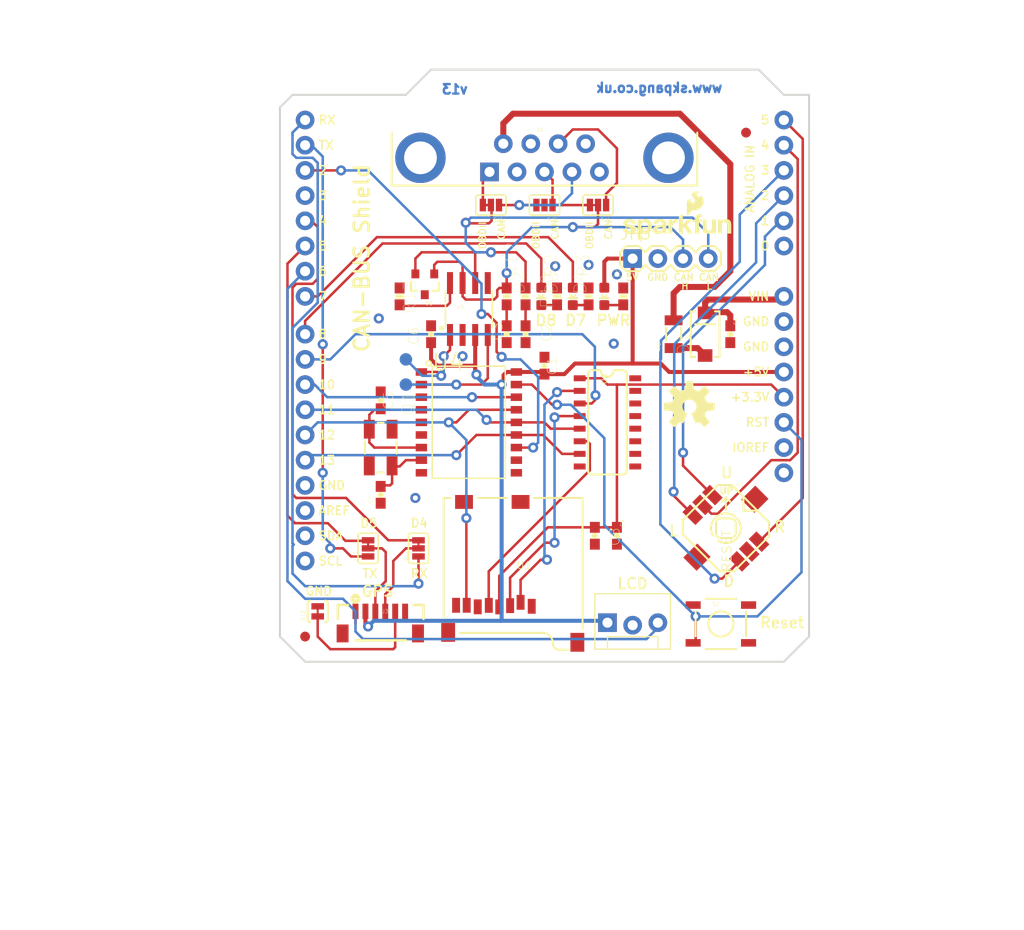
<source format=kicad_pcb>
(kicad_pcb (version 20211014) (generator pcbnew)
  (layers (0 "F.Cu" signal) (31 "B.Cu" signal) (34 "B.Paste" user) (35 "F.Paste" user) (36 "B.SilkS" user "B.Silkscreen") (37 "F.SilkS" user "F.Silkscreen") (38 "B.Mask" user) (39 "F.Mask" user) (44 "Edge.Cuts" user))
  (net 0 "")
  (net 1 "GND")
  (net 2 "5V")
  (net 3 "TX")
  (net 4 "RX")
  (net 5 "D4")
  (net 6 "N$5")
  (net 7 "N$6")
  (net 8 "SCK")
  (net 9 "MISO")
  (net 10 "MOSI")
  (net 11 "3.3V")
  (net 12 "SD_CS")
  (net 13 "LED1")
  (net 14 "LED2")
  (net 15 "LCD")
  (net 16 "RS")
  (net 17 "CAN_RXD")
  (net 18 "CAN_TXD")
  (net 19 "N$9")
  (net 20 "N$10")
  (net 21 "N$14")
  (net 22 "JOY-UP")
  (net 23 "JOY-LEFT")
  (net 24 "JOY-DOWN")
  (net 25 "JOY-CLICK")
  (net 26 "JOY-RIGHT")
  (net 27 "N$13")
  (net 28 "N$16")
  (net 29 "N$17")
  (net 30 "N$18")
  (net 31 "CAN_CS")
  (net 32 "CAN_INT")
  (net 33 "N$21")
  (net 34 "N$22")
  (net 35 "D5")
  (net 36 "N$4")
  (net 37 "N$15")
  (net 38 "N$19")
  (net 39 "N$24")
  (net 40 "CANH")
  (net 41 "CANL")
  (net 42 "A0")
  (net 43 "AREF")
  (net 44 "D3")
  (net 45 "NC1")
  (net 46 "NC3")
  (net 47 "NC5")
  (net 48 "NC2")
  (net 49 "N$1")
  (net 50 "12V")
  (net 51 "PIN3")
  (net 52 "PIN7")
  (net 53 "PIN2")
  (net 54 "N$2")
  (footprint "boardEagle:0603-CAP" (layer "F.Cu") (at 148.5011 105.0036 -90)
    (fp_text reference "C1")
    (fp_text value "0.1uF")
  )
  (footprint "boardEagle:PAD-JUMPER-3-2OF3_NC_BY_TRACE_YES_SILK_FULL_BOX" (layer "F.Cu") (at 130.7211 123.4186 90)
    (fp_text reference "SJ1")
    (fp_text value "JUMPER-PAD-3-2OF3_NC_BY_TRACE_SMALL")
  )
  (footprint "boardEagle:0603-RES" (layer "F.Cu") (at 133.8961 98.0186 -90)
    (fp_text reference "R13")
    (fp_text value "4.7K")
  )
  (footprint "boardEagle:PTC-1206" (layer "F.Cu") (at 161.5186 101.8286 90)
    (fp_text reference "F1")
    (fp_text value "")
  )
  (footprint "boardEagle:1X04" (layer "F.Cu") (at 157.3911 94.2086)
    (fp_text reference "JP5")
    (fp_text value "DNP")
  )
  (footprint "boardEagle:LED-0603" (layer "F.Cu") (at 151.3586 98.0186 180)
    (fp_text reference "D3")
    (fp_text value "GREEN")
  )
  (footprint "boardEagle:TACTILE-SWITCH-SMD" (layer "F.Cu") (at 166.2811 131.0386)
    (fp_text reference "S2")
    (fp_text value "RESET")
  )
  (footprint "boardEagle:OSHW-LOGO-M" (layer "F.Cu") (at 163.1061 109.1311)
    (fp_text reference "LOGO1" hide)
    (fp_text value "OSHW-LOGOM" hide)
  )
  (footprint "boardEagle:LED-0603" (layer "F.Cu") (at 154.5336 98.0186 180)
    (fp_text reference "D4")
    (fp_text value "RED")
  )
  (footprint "boardEagle:CREATIVE_COMMONS" (layer "F.Cu") (at 113.934644 158.9786)
    (fp_text reference "FRAME1" hide)
    (fp_text value "FRAME-LETTER" hide)
  )
  (footprint "boardEagle:SFE_LOGO_NAME_FLAME_.1" (layer "F.Cu") (at 155.9941 92.6211)
    (fp_text reference "JP4" hide)
    (fp_text value "SFE_LOGO_NAME_FLAME.1_INCH" hide)
  )
  (footprint "boardEagle:SO-18W" (layer "F.Cu") (at 140.8811 110.7186 -90)
    (fp_text reference "U4")
    (fp_text value "MCP2515")
  )
  (footprint "boardEagle:FIDUCIAL-1X2" (layer "F.Cu") (at 168.8211 81.5086)
    (fp_text reference "JP3" hide)
    (fp_text value "FIDUCIAL1X2" hide)
  )
  (footprint "boardEagle:JST-6-SMD-VERT-1.0MM" (layer "F.Cu") (at 131.9911 131.0386)
    (fp_text reference "U3")
    (fp_text value "JST_VERTICAL")
  )
  (footprint "boardEagle:PAD-JUMPER-3-2OF3_NC_BY_TRACE_YES_SILK_FULL_BOX" (layer "F.Cu") (at 143.1036 88.8111 180)
    (fp_text reference "SJ6")
    (fp_text value "JUMPER-PAD-3-2OF3_NC_BY_TRACE_SMALL")
  )
  (footprint "boardEagle:REVISION" (layer "F.Cu") (at 125.6411 161.5186)
    (fp_text reference "U$1" hide)
    (fp_text value "REVISION" hide)
  )
  (footprint "boardEagle:0603-CAP" (layer "F.Cu") (at 155.8036 122.1486 -90)
    (fp_text reference "C9")
    (fp_text value "1.0uF")
  )
  (footprint "boardEagle:CRYSTAL-SMD-5X3" (layer "F.Cu") (at 131.9911 113.2586 -90)
    (fp_text reference "Q1")
    (fp_text value "16MHz")
  )
  (footprint "boardEagle:SO08" (layer "F.Cu") (at 140.8811 99.2886)
    (fp_text reference "U5")
    (fp_text value "MCP2551")
  )
  (footprint "boardEagle:LED-0603" (layer "F.Cu") (at 148.1836 98.0186 180)
    (fp_text reference "D2")
    (fp_text value "GREEN")
  )
  (footprint "boardEagle:0603-CAP" (layer "F.Cu") (at 144.6911 101.8286 90)
    (fp_text reference "C3")
    (fp_text value "560pF")
  )
  (footprint "boardEagle:PAD-JUMPER-3-2OF3_NC_BY_TRACE_YES_SILK_FULL_BOX" (layer "F.Cu") (at 135.8011 123.4186 90)
    (fp_text reference "SJ2")
    (fp_text value "JUMPER-PAD-3-2OF3_NC_BY_TRACE_SMALL")
  )
  (footprint "boardEagle:SMA-DIODE" (layer "F.Cu") (at 164.6936 101.8286 90)
    (fp_text reference "D1")
    (fp_text value "MBRA140")
  )
  (footprint "boardEagle:0603-RES" (layer "F.Cu") (at 146.5961 98.0186 90)
    (fp_text reference "R10")
    (fp_text value "100")
  )
  (footprint "boardEagle:SOT23-3" (layer "F.Cu") (at 136.4361 96.7486 180)
    (fp_text reference "D5")
    (fp_text value "PESD1CAN")
  )
  (footprint "boardEagle:0603-RES" (layer "F.Cu") (at 156.4386 98.0186 -90)
    (fp_text reference "R1")
    (fp_text value "1K")
  )
  (footprint "boardEagle:0603-RES" (layer "F.Cu") (at 149.7711 98.0186 -90)
    (fp_text reference "R2")
    (fp_text value "1K")
  )
  (footprint "boardEagle:DUMMY" (layer "F.Cu") (at 110.4011 160.2486)
    (fp_text reference "FRAME2" hide)
    (fp_text value "FRAME-LETTERNO_PACKAGE" hide)
  )
  (footprint "boardEagle:UNO_R3_SHIELD" (layer "F.Cu") (at 121.8311 134.8486)
    (fp_text reference "U2" hide)
    (fp_text value "ARDUINO_R3_SHIELD" hide)
  )
  (footprint "boardEagle:FIDUCIAL-1X2" (layer "F.Cu") (at 124.3711 132.3086)
    (fp_text reference "JP2" hide)
    (fp_text value "FIDUCIAL1X2" hide)
  )
  (footprint "boardEagle:DB9_MALE" (layer "F.Cu") (at 148.5011 84.0486)
    (fp_text reference "X1")
    (fp_text value "DB9 Plug")
  )
  (footprint "boardEagle:0603-CAP" (layer "F.Cu") (at 146.5961 101.8286 90)
    (fp_text reference "C2")
    (fp_text value "560pF")
  )
  (footprint "boardEagle:PAD-JUMPER-2-NC_BY_TRACE_YES_SILK" (layer "F.Cu") (at 125.6411 129.7686 90)
    (fp_text reference "SJ3")
    (fp_text value "JUMPER-PAD-2-NC_BY_TRACE")
  )
  (footprint "boardEagle:0603-CAP" (layer "F.Cu") (at 131.9911 108.4961 -90)
    (fp_text reference "C5")
    (fp_text value "22pF")
  )
  (footprint "boardEagle:MOLEX-1X3_LOCK" (layer "F.Cu") (at 154.8511 131.0386)
    (fp_text reference "JP1" hide)
    (fp_text value "DNP" hide)
  )
  (footprint "boardEagle:SO016" (layer "F.Cu") (at 154.8511 110.7186 -90)
    (fp_text reference "U6")
    (fp_text value "HEX_CONVERTER")
  )
  (footprint "boardEagle:MICROSD_1_1" (layer "F.Cu") (at 152.3111 118.3386 180)
    (fp_text reference "U1")
    (fp_text value "USD-SOCKET")
  )
  (footprint "boardEagle:PAD-JUMPER-3-2OF3_NC_BY_TRACE_YES_SILK_FULL_BOX" (layer "F.Cu") (at 153.8986 88.8111 180)
    (fp_text reference "SJ4")
    (fp_text value "JUMPER-PAD-3-2OF3_NC_BY_TRACE_SMALL")
  )
  (footprint "boardEagle:0603-CAP" (layer "F.Cu") (at 137.0711 101.8286 -90)
    (fp_text reference "C6")
    (fp_text value "0.1uF")
  )
  (footprint "boardEagle:JOYSTICK_MINI" (layer "F.Cu") (at 166.7891 121.3866 -45)
    (fp_text reference "U7")
    (fp_text value "")
  )
  (footprint "boardEagle:0603-RES" (layer "F.Cu") (at 144.6911 98.0186 90)
    (fp_text reference "R12")
    (fp_text value "100")
  )
  (footprint "boardEagle:0603-CAP" (layer "F.Cu") (at 153.5811 122.1486 90)
    (fp_text reference "C8")
    (fp_text value "0.1uF")
  )
  (footprint "boardEagle:0603-CAP" (layer "F.Cu") (at 167.2336 101.8286 -90)
    (fp_text reference "C4")
    (fp_text value "4.7uF")
  )
  (footprint "boardEagle:0603-RES" (layer "F.Cu") (at 152.9461 98.0186 -90)
    (fp_text reference "R3")
    (fp_text value "1K")
  )
  (footprint "boardEagle:PAD-JUMPER-3-2OF3_NC_BY_TRACE_YES_SILK_FULL_BOX" (layer "F.Cu") (at 148.5011 88.8111 180)
    (fp_text reference "SJ5")
    (fp_text value "JUMPER-PAD-3-2OF3_NC_BY_TRACE_SMALL")
  )
  (footprint "boardEagle:0603-CAP" (layer "F.Cu") (at 131.9911 118.0211 90)
    (fp_text reference "C7")
    (fp_text value "22pF")
  )
  (footprint "boardEagle:PAD.03X.05" (layer "B.Cu") (at 134.5311 106.9086 180)
    (fp_text reference "TP1" hide)
    (fp_text value "TEST-POINT3X5" hide)
  )
  (footprint "boardEagle:PAD.03X.05" (layer "B.Cu") (at 134.5311 104.3686 180)
    (fp_text reference "TP2" hide)
    (fp_text value "TEST-POINT3X5" hide)
  )
  (gr_line (start 137.0711 75.1586) (end 170.0911 75.1586) (layer "Edge.Cuts") (width 0.2032))
  (gr_line (start 172.6311 77.6986) (end 175.1711 77.6986) (layer "Edge.Cuts") (width 0.2032))
  (gr_line (start 123.1011 77.6986) (end 134.5311 77.6986) (layer "Edge.Cuts") (width 0.2032))
  (gr_line (start 124.3711 134.8486) (end 121.8311 132.3086) (layer "Edge.Cuts") (width 0.2032))
  (gr_line (start 170.0911 75.1586) (end 172.6311 77.6986) (layer "Edge.Cuts") (width 0.2032))
  (gr_line (start 121.8311 78.9686) (end 123.1011 77.6986) (layer "Edge.Cuts") (width 0.2032))
  (gr_line (start 172.6311 134.8486) (end 124.3711 134.8486) (layer "Edge.Cuts") (width 0.2032))
  (gr_line (start 175.1711 132.3086) (end 172.6311 134.8486) (layer "Edge.Cuts") (width 0.2032))
  (gr_line (start 121.8311 132.3086) (end 121.8311 78.9686) (layer "Edge.Cuts") (width 0.2032))
  (gr_line (start 175.1711 77.6986) (end 175.1711 132.3086) (layer "Edge.Cuts") (width 0.2032))
  (gr_line (start 134.5311 77.6986) (end 137.0711 75.1586) (layer "Edge.Cuts") (width 0.2032))
  (gr_text "v13" (at 140.8811 77.6986) (layer "B.Cu") (effects (font (size 0.9525 0.9525) (thickness 0.3175)) (justify left bottom mirror)))
  (gr_text "www.skpang.co.uk" (at 153.5811 76.4286) (layer "B.Cu") (effects (font (size 0.9525 0.9525) (thickness 0.3175)) (justify right top mirror)))
  (gr_text "OBDII" (at 142.6591 93.3196 90) (layer "F.SilkS") (effects (font (size 0.69088 0.69088) (thickness 0.12192)) (justify left bottom)))
  (gr_text "GPS" (at 129.9591 128.3716) (layer "F.SilkS") (effects (font (size 1.0795 1.0795) (thickness 0.1905)) (justify left bottom)))
  (gr_text "CAN" (at 155.3591 92.3671 90) (layer "F.SilkS") (effects (font (size 0.69088 0.69088) (thickness 0.12192)) (justify left bottom)))
  (gr_text "H" (at 162.2171 97.3836) (layer "F.SilkS") (effects (font (size 0.69088 0.69088) (thickness 0.12192)) (justify left bottom)))
  (gr_text "D" (at 166.4081 127.3556) (layer "F.SilkS") (effects (font (size 1.0795 1.0795) (thickness 0.1905)) (justify left bottom)))
  (gr_text "RX" (at 136.8171 125.4506) (layer "F.SilkS") (effects (font (size 0.8636 0.8636) (thickness 0.1524)) (justify right top)))
  (gr_text "TX" (at 131.7371 125.4506) (layer "F.SilkS") (effects (font (size 0.8636 0.8636) (thickness 0.1524)) (justify right top)))
  (gr_text "CAN" (at 144.5641 92.3671 90) (layer "F.SilkS") (effects (font (size 0.69088 0.69088) (thickness 0.12192)) (justify left bottom)))
  (gr_text "CAN" (at 163.9951 96.4946) (layer "F.SilkS") (effects (font (size 0.69088 0.69088) (thickness 0.12192)) (justify left bottom)))
  (gr_text "Reset" (at 174.7901 130.2766) (layer "F.SilkS") (effects (font (size 1.0795 1.0795) (thickness 0.1905)) (justify right top)))
  (gr_text "D8" (at 147.4851 101.0666) (layer "F.SilkS") (effects (font (size 1.0795 1.0795) (thickness 0.1905)) (justify left bottom)))
  (gr_text "U" (at 167.5511 115.1636) (layer "F.SilkS") (effects (font (size 1.0795 1.0795) (thickness 0.1905)) (justify right top)))
  (gr_text "LCD" (at 155.7401 127.6096) (layer "F.SilkS") (effects (font (size 1.0795 1.0795) (thickness 0.1905)) (justify left bottom)))
  (gr_text "RESET" (at 167.4241 125.8316 90) (layer "F.SilkS") (effects (font (size 0.93472 0.93472) (thickness 0.08128)) (justify left bottom)))
  (gr_text "D5" (at 131.7371 120.3706) (layer "F.SilkS") (effects (font (size 0.8636 0.8636) (thickness 0.1524)) (justify right top)))
  (gr_text "CAN-BUS Shield" (at 130.9751 103.7971 90) (layer "F.SilkS") (effects (font (size 1.5113 1.5113) (thickness 0.2667)) (justify left bottom)))
  (gr_text "5V" (at 156.6291 96.4946) (layer "F.SilkS") (effects (font (size 0.69088 0.69088) (thickness 0.12192)) (justify left bottom)))
  (gr_text "D7" (at 150.4696 101.0666) (layer "F.SilkS") (effects (font (size 1.0795 1.0795) (thickness 0.1905)) (justify left bottom)))
  (gr_text "GND" (at 158.7881 96.4946) (layer "F.SilkS") (effects (font (size 0.69088 0.69088) (thickness 0.12192)) (justify left bottom)))
  (gr_text "R" (at 172.8851 120.6246) (layer "F.SilkS") (effects (font (size 1.0795 1.0795) (thickness 0.1905)) (justify right top)))
  (gr_text "PWR" (at 153.6446 101.0666) (layer "F.SilkS") (effects (font (size 1.0795 1.0795) (thickness 0.1905)) (justify left bottom)))
  (gr_text "CAN" (at 161.4551 96.4946) (layer "F.SilkS") (effects (font (size 0.69088 0.69088) (thickness 0.12192)) (justify left bottom)))
  (gr_text "L" (at 160.9471 122.2756) (layer "F.SilkS") (effects (font (size 1.0795 1.0795) (thickness 0.1905)) (justify left bottom)))
  (gr_text "CAN" (at 149.9616 92.3671 90) (layer "F.SilkS") (effects (font (size 0.69088 0.69088) (thickness 0.12192)) (justify left bottom)))
  (gr_text "L" (at 164.7571 97.3836) (layer "F.SilkS") (effects (font (size 0.69088 0.69088) (thickness 0.12192)) (justify left bottom)))
  (gr_text "OBDII" (at 153.4541 93.3196 90) (layer "F.SilkS") (effects (font (size 0.69088 0.69088) (thickness 0.12192)) (justify left bottom)))
  (gr_text "D4" (at 136.8171 120.3706) (layer "F.SilkS") (effects (font (size 0.8636 0.8636) (thickness 0.1524)) (justify right top)))
  (gr_text "GND" (at 127.1651 127.2286) (layer "F.SilkS") (effects (font (size 0.8636 0.8636) (thickness 0.1524)) (justify right top)))
  (gr_text "OBDII" (at 148.0566 93.3196 90) (layer "F.SilkS") (effects (font (size 0.69088 0.69088) (thickness 0.12192)) (justify left bottom)))
  (segment (start 129.4511 129.7686) (end 129.4511 131.0386) (width 0.254) (layer "F.Cu") (net 1))
  (via (at 152.9461 94.8436) (size 1.016) (drill 0.508) (layers "F.Cu" "B.Cu") (net 1))
  (via (at 135.4836 118.3386) (size 1.016) (drill 0.508) (layers "F.Cu" "B.Cu") (net 1))
  (via (at 155.4861 102.7811) (size 1.016) (drill 0.508) (layers "F.Cu" "B.Cu") (net 1))
  (via (at 140.2461 104.0511) (size 1.016) (drill 0.508) (layers "F.Cu" "B.Cu") (net 1))
  (via (at 149.5806 94.9706) (size 1.016) (drill 0.508) (layers "F.Cu" "B.Cu") (net 1))
  (via (at 155.8036 95.7961) (size 1.016) (drill 0.508) (layers "F.Cu" "B.Cu") (net 1))
  (via (at 131.8006 100.2411) (size 1.016) (drill 0.508) (layers "F.Cu" "B.Cu") (net 1))
  (segment (start 137.0711 104.3686) (end 137.7061 105.0036) (width 0.4064) (layer "F.Cu") (net 2))
  (segment (start 141.5161 101.9048) (end 141.5161 105.0036) (width 0.4064) (layer "F.Cu") (net 2))
  (segment (start 157.3911 104.7886) (end 151.5736 104.7886) (width 0.4064) (layer "F.Cu") (net 2))
  (segment (start 130.7211 131.2926) (end 130.4511 131.0226) (width 0.4064) (layer "F.Cu") (net 2))
  (segment (start 141.5161 105.0036) (end 141.5161 105.3211) (width 0.4064) (layer "F.Cu") (net 2))
  (segment (start 144.6911 105.6386) (end 144.3736 105.9561) (width 0.4064) (layer "F.Cu") (net 2))
  (segment (start 130.4511 131.0226) (end 130.4511 129.7686) (width 0.4064) (layer "F.Cu") (net 2))
  (segment (start 157.3911 104.7886) (end 160.2241 104.7886) (width 0.4064) (layer "F.Cu") (net 2))
  (segment (start 160.2241 104.7886) (end 161.0741 105.6386) (width 0.4064) (layer "F.Cu") (net 2))
  (segment (start 141.5161 105.3211) (end 141.5161 105.7656) (width 0.4064) (layer "F.Cu") (net 2))
  (segment (start 137.0711 104.3686) (end 137.0711 102.6786) (width 0.4064) (layer "F.Cu") (net 2))
  (segment (start 145.669 105.6386) (end 144.6911 105.6386) (width 0.4064) (layer "F.Cu") (net 2))
  (segment (start 154.5336 97.1416) (end 154.4581 97.1416) (width 0.254) (layer "F.Cu") (net 2))
  (segment (start 148.5011 105.8536) (end 150.5086 105.8536) (width 0.4064) (layer "F.Cu") (net 2))
  (segment (start 144.3736 106.7181) (end 144.1831 106.9086) (width 0.4064) (layer "F.Cu") (net 2))
  (segment (start 141.4526 105.3846) (end 141.5161 105.3211) (width 0.254) (layer "F.Cu") (net 2))
  (segment (start 150.5086 105.8536) (end 151.5736 104.7886) (width 0.4064) (layer "F.Cu") (net 2))
  (segment (start 161.0741 105.6386) (end 172.6311 105.6386) (width 0.4064) (layer "F.Cu") (net 2))
  (segment (start 145.669 105.6386) (end 145.7071 105.6386) (width 0.254) (layer "F.Cu") (net 2))
  (segment (start 154.8511 94.2086) (end 157.3911 94.2086) (width 0.4064) (layer "F.Cu") (net 2))
  (segment (start 157.3911 94.2086) (end 157.3911 104.7886) (width 0.4064) (layer "F.Cu") (net 2))
  (segment (start 154.8511 94.2086) (end 154.5336 94.5261) (width 0.4064) (layer "F.Cu") (net 2))
  (segment (start 148.2861 105.6386) (end 148.5011 105.8536) (width 0.4064) (layer "F.Cu") (net 2))
  (segment (start 137.7061 105.0036) (end 141.5161 105.0036) (width 0.4064) (layer "F.Cu") (net 2))
  (segment (start 154.5336 94.5261) (end 154.5336 97.1416) (width 0.4064) (layer "F.Cu") (net 2))
  (segment (start 145.669 105.6386) (end 148.2861 105.6386) (width 0.4064) (layer "F.Cu") (net 2))
  (segment (start 144.3736 105.9561) (end 144.3736 106.7181) (width 0.4064) (layer "F.Cu") (net 2))
  (segment (start 141.5161 105.7656) (end 141.6431 105.8926) (width 0.4064) (layer "F.Cu") (net 2))
  (via (at 144.1831 106.9086) (size 1.016) (drill 0.508) (layers "F.Cu" "B.Cu") (net 2))
  (via (at 130.7211 131.2926) (size 1.016) (drill 0.508) (layers "F.Cu" "B.Cu") (net 2))
  (via (at 141.6431 105.8926) (size 1.016) (drill 0.508) (layers "F.Cu" "B.Cu") (net 2))
  (segment (start 131.2926 130.7211) (end 130.7211 131.2926) (width 0.4064) (layer "B.Cu") (net 2))
  (segment (start 144.1831 130.5941) (end 144.1831 106.9086) (width 0.4064) (layer "B.Cu") (net 2))
  (segment (start 141.6431 105.8926) (end 141.6431 106.0831) (width 0.4064) (layer "B.Cu") (net 2))
  (segment (start 142.4686 106.9086) (end 144.1831 106.9086) (width 0.4064) (layer "B.Cu") (net 2))
  (segment (start 154.6606 130.7211) (end 154.8511 130.9116) (width 0.4064) (layer "B.Cu") (net 2))
  (segment (start 154.6606 130.7211) (end 144.0561 130.7211) (width 0.4064) (layer "B.Cu") (net 2))
  (segment (start 141.6431 106.0831) (end 142.4686 106.9086) (width 0.4064) (layer "B.Cu") (net 2))
  (segment (start 144.0561 130.7211) (end 131.2926 130.7211) (width 0.4064) (layer "B.Cu") (net 2))
  (segment (start 144.1831 130.5941) (end 144.0561 130.7211) (width 0.4064) (layer "B.Cu") (net 2))
  (segment (start 128.9939 124.2314) (end 128.1811 123.4186) (width 0.254) (layer "F.Cu") (net 3))
  (segment (start 128.1811 123.4186) (end 126.9111 123.4186) (width 0.254) (layer "F.Cu") (net 3))
  (segment (start 130.7211 124.2314) (end 128.9939 124.2314) (width 0.254) (layer "F.Cu") (net 3))
  (segment (start 126.1491 115.7986) (end 126.1491 102.8446) (width 0.254) (layer "F.Cu") (net 3))
  (via (at 126.1491 102.8446) (size 1.016) (drill 0.508) (layers "F.Cu" "B.Cu") (net 3))
  (via (at 126.1491 115.7986) (size 1.016) (drill 0.508) (layers "F.Cu" "B.Cu") (net 3))
  (via (at 126.9111 123.4186) (size 1.016) (drill 0.508) (layers "F.Cu" "B.Cu") (net 3))
  (segment (start 126.1491 102.8446) (end 126.1491 83.9216) (width 0.254) (layer "B.Cu") (net 3))
  (segment (start 125.0061 82.7786) (end 124.3711 82.7786) (width 0.254) (layer "B.Cu") (net 3))
  (segment (start 126.1491 83.9216) (end 125.0061 82.7786) (width 0.254) (layer "B.Cu") (net 3))
  (segment (start 126.9111 123.4186) (end 126.9111 122.9106) (width 0.254) (layer "B.Cu") (net 3))
  (segment (start 126.9111 122.9106) (end 126.1491 122.1486) (width 0.254) (layer "B.Cu") (net 3))
  (segment (start 126.1491 122.1486) (end 126.1491 115.7986) (width 0.254) (layer "B.Cu") (net 3))
  (segment (start 135.8011 124.2314) (end 135.8011 126.9746) (width 0.254) (layer "F.Cu") (net 4))
  (via (at 135.8011 126.9746) (size 1.016) (drill 0.508) (layers "F.Cu" "B.Cu") (net 4))
  (segment (start 123.1011 125.9586) (end 123.1011 123.1646) (width 0.254) (layer "B.Cu") (net 4))
  (segment (start 124.3711 127.2286) (end 123.1011 125.9586) (width 0.254) (layer "B.Cu") (net 4))
  (segment (start 125.6411 84.5566) (end 125.1331 84.0486) (width 0.254) (layer "B.Cu") (net 4))
  (segment (start 124.3711 127.2286) (end 135.5471 127.2286) (width 0.254) (layer "B.Cu") (net 4))
  (segment (start 125.1331 84.0486) (end 123.4821 84.0486) (width 0.254) (layer "B.Cu") (net 4))
  (segment (start 123.1011 122.9106) (end 123.2281 123.0376) (width 0.254) (layer "B.Cu") (net 4))
  (segment (start 135.5471 127.2286) (end 135.8011 126.9746) (width 0.254) (layer "B.Cu") (net 4))
  (segment (start 123.1011 101.1936) (end 123.1011 122.9106) (width 0.254) (layer "B.Cu") (net 4))
  (segment (start 123.1011 81.7626) (end 123.1011 81.5086) (width 0.254) (layer "B.Cu") (net 4))
  (segment (start 123.1011 83.6676) (end 123.1011 81.7626) (width 0.254) (layer "B.Cu") (net 4))
  (segment (start 123.1011 81.5086) (end 124.3711 80.2386) (width 0.254) (layer "B.Cu") (net 4))
  (segment (start 123.4821 84.0486) (end 123.1011 83.6676) (width 0.254) (layer "B.Cu") (net 4))
  (segment (start 125.6411 98.6536) (end 125.6411 84.5566) (width 0.254) (layer "B.Cu") (net 4))
  (segment (start 123.1011 101.1936) (end 125.6411 98.6536) (width 0.254) (layer "B.Cu") (net 4))
  (segment (start 123.1011 123.1646) (end 123.2281 123.0376) (width 0.254) (layer "B.Cu") (net 4))
  (segment (start 125.6411 91.9226) (end 125.6411 91.7956) (width 0.254) (layer "F.Cu") (net 5))
  (segment (start 123.4821 118.3386) (end 128.4986 118.3386) (width 0.254) (layer "F.Cu") (net 5))
  (segment (start 123.1011 117.9576) (end 123.1011 97.1296) (width 0.254) (layer "F.Cu") (net 5))
  (segment (start 125.1331 96.7486) (end 125.6411 96.2406) (width 0.254) (layer "F.Cu") (net 5))
  (segment (start 123.1011 97.1296) (end 123.4821 96.7486) (width 0.254) (layer "F.Cu") (net 5))
  (segment (start 125.0061 90.3986) (end 124.3711 90.3986) (width 0.254) (layer "F.Cu") (net 5))
  (segment (start 125.6411 96.2406) (end 125.6411 91.9226) (width 0.254) (layer "F.Cu") (net 5))
  (segment (start 123.4821 96.7486) (end 125.1331 96.7486) (width 0.254) (layer "F.Cu") (net 5))
  (segment (start 125.6411 91.0336) (end 125.0061 90.3986) (width 0.254) (layer "F.Cu") (net 5))
  (segment (start 135.8011 122.6058) (end 132.7658 122.6058) (width 0.254) (layer "F.Cu") (net 5))
  (segment (start 123.4821 118.3386) (end 123.1011 117.9576) (width 0.254) (layer "F.Cu") (net 5))
  (segment (start 128.4986 118.3386) (end 132.7658 122.6058) (width 0.254) (layer "F.Cu") (net 5))
  (segment (start 125.6411 91.7956) (end 125.6411 91.0336) (width 0.254) (layer "F.Cu") (net 5))
  (segment (start 148.1836 98.8956) (end 149.7441 98.8956) (width 0.254) (layer "F.Cu") (net 6))
  (segment (start 149.7441 98.8956) (end 149.7711 98.8686) (width 0.254) (layer "F.Cu") (net 6))
  (segment (start 151.3586 98.8956) (end 152.9191 98.8956) (width 0.254) (layer "F.Cu") (net 7))
  (segment (start 152.9191 98.8956) (end 152.9461 98.8686) (width 0.254) (layer "F.Cu") (net 7))
  (segment (start 145.669 111.9886) (end 148.3741 111.9886) (width 0.254) (layer "F.Cu") (net 8))
  (segment (start 150.2791 113.8936) (end 152.0511 113.8936) (width 0.254) (layer "F.Cu") (net 8))
  (segment (start 139.6111 114.0206) (end 141.6431 111.9886) (width 0.254) (layer "F.Cu") (net 8))
  (segment (start 141.6431 111.9886) (end 145.669 111.9886) (width 0.254) (layer "F.Cu") (net 8))
  (segment (start 148.3741 111.9886) (end 150.2791 113.8936) (width 0.254) (layer "F.Cu") (net 8))
  (via (at 139.6111 114.0206) (size 1.016) (drill 0.508) (layers "F.Cu" "B.Cu") (net 8))
  (segment (start 124.8791 114.0206) (end 124.3711 114.5286) (width 0.254) (layer "B.Cu") (net 8))
  (segment (start 124.8791 114.0206) (end 139.6111 114.0206) (width 0.254) (layer "B.Cu") (net 8))
  (segment (start 140.6271 129.12176) (end 140.662812 129.157472) (width 0.254) (layer "F.Cu") (net 9))
  (segment (start 145.669 109.4486) (end 140.8811 109.4486) (width 0.254) (layer "F.Cu") (net 9))
  (segment (start 140.6271 129.12176) (end 140.6271 120.3706) (width 0.254) (layer "F.Cu") (net 9))
  (segment (start 139.6111 110.7186) (end 138.8491 110.7186) (width 0.254) (layer "F.Cu") (net 9))
  (segment (start 140.8811 109.4486) (end 139.6111 110.7186) (width 0.254) (layer "F.Cu") (net 9))
  (via (at 140.6271 120.3706) (size 1.016) (drill 0.508) (layers "F.Cu" "B.Cu") (net 9))
  (via (at 138.8491 110.7186) (size 1.016) (drill 0.508) (layers "F.Cu" "B.Cu") (net 9))
  (segment (start 140.6271 112.4966) (end 138.8491 110.7186) (width 0.254) (layer "B.Cu") (net 9))
  (segment (start 138.8491 110.7186) (end 125.6411 110.7186) (width 0.254) (layer "B.Cu") (net 9))
  (segment (start 125.6411 110.7186) (end 124.3711 111.9886) (width 0.254) (layer "B.Cu") (net 9))
  (segment (start 140.6271 120.3706) (end 140.6271 112.4966) (width 0.254) (layer "B.Cu") (net 9))
  (segment (start 148.5011 110.7186) (end 145.669 110.7186) (width 0.254) (layer "F.Cu") (net 10))
  (segment (start 142.9131 110.7186) (end 145.669 110.7186) (width 0.254) (layer "F.Cu") (net 10))
  (segment (start 142.6591 110.4646) (end 142.9131 110.7186) (width 0.254) (layer "F.Cu") (net 10))
  (segment (start 149.1361 111.3536) (end 152.0511 111.3536) (width 0.254) (layer "F.Cu") (net 10))
  (segment (start 149.1361 111.3536) (end 148.5011 110.7186) (width 0.254) (layer "F.Cu") (net 10))
  (via (at 142.6591 110.4646) (size 1.016) (drill 0.508) (layers "F.Cu" "B.Cu") (net 10))
  (segment (start 141.6431 109.4486) (end 142.6591 110.4646) (width 0.254) (layer "B.Cu") (net 10))
  (segment (start 124.3711 109.4486) (end 141.6431 109.4486) (width 0.254) (layer "B.Cu") (net 10))
  (segment (start 155.8036 106.9086) (end 171.3611 106.9086) (width 0.254) (layer "F.Cu") (net 11))
  (segment (start 171.3611 106.9086) (end 172.6311 108.1786) (width 0.254) (layer "F.Cu") (net 11))
  (segment (start 148.8431 121.2986) (end 143.944525 126.197175) (width 0.254) (layer "F.Cu") (net 11))
  (segment (start 154.2161 106.2736) (end 154.8511 106.9086) (width 0.254) (layer "F.Cu") (net 11))
  (segment (start 152.0511 106.2736) (end 154.2161 106.2736) (width 0.254) (layer "F.Cu") (net 11))
  (segment (start 153.5811 121.2986) (end 148.8431 121.2986) (width 0.254) (layer "F.Cu") (net 11))
  (segment (start 153.5811 121.2986) (end 155.8036 121.2986) (width 0.254) (layer "F.Cu") (net 11))
  (segment (start 154.8511 106.9086) (end 155.8036 106.9086) (width 0.254) (layer "F.Cu") (net 11))
  (segment (start 155.8036 121.2986) (end 155.8036 106.9086) (width 0.254) (layer "F.Cu") (net 11))
  (segment (start 143.944525 129.320897) (end 143.944525 126.197175) (width 0.254) (layer "F.Cu") (net 11))
  (segment (start 152.0511 108.8136) (end 153.2636 108.8136) (width 0.254) (layer "F.Cu") (net 12))
  (segment (start 153.5811 108.4961) (end 153.5811 108.0516) (width 0.254) (layer "F.Cu") (net 12))
  (segment (start 153.5811 108.0516) (end 153.6446 107.9881) (width 0.254) (layer "F.Cu") (net 12))
  (segment (start 153.2636 108.8136) (end 153.5811 108.4961) (width 0.254) (layer "F.Cu") (net 12))
  (via (at 153.6446 107.9881) (size 1.016) (drill 0.508) (layers "F.Cu" "B.Cu") (net 12))
  (segment (start 152.3111 101.8286) (end 153.5811 103.0986) (width 0.254) (layer "B.Cu") (net 12))
  (segment (start 129.4511 101.8286) (end 126.9111 104.3686) (width 0.254) (layer "B.Cu") (net 12))
  (segment (start 152.3111 101.8286) (end 129.4511 101.8286) (width 0.254) (layer "B.Cu") (net 12))
  (segment (start 126.9111 104.3686) (end 124.3711 104.3686) (width 0.254) (layer "B.Cu") (net 12))
  (segment (start 153.5811 103.0986) (end 153.5811 107.9246) (width 0.254) (layer "B.Cu") (net 12))
  (segment (start 153.5811 107.9246) (end 153.6446 107.9881) (width 0.254) (layer "B.Cu") (net 12))
  (segment (start 146.6596 92.6846) (end 148.1836 94.2086) (width 0.254) (layer "F.Cu") (net 13))
  (segment (start 132.1816 92.6846) (end 146.6596 92.6846) (width 0.254) (layer "F.Cu") (net 13))
  (segment (start 124.3711 101.8286) (end 124.3711 100.4951) (width 0.254) (layer "F.Cu") (net 13))
  (segment (start 148.1836 94.2086) (end 148.1836 97.1416) (width 0.254) (layer "F.Cu") (net 13))
  (segment (start 124.3711 100.4951) (end 132.1816 92.6846) (width 0.254) (layer "F.Cu") (net 13))
  (segment (start 125.6411 98.0186) (end 124.3711 98.0186) (width 0.254) (layer "F.Cu") (net 14))
  (segment (start 151.3586 94.5261) (end 151.3586 97.1416) (width 0.254) (layer "F.Cu") (net 14))
  (segment (start 131.6101 92.0496) (end 125.6411 98.0186) (width 0.254) (layer "F.Cu") (net 14))
  (segment (start 148.8821 92.0496) (end 151.3586 94.5261) (width 0.254) (layer "F.Cu") (net 14))
  (segment (start 148.8821 92.0496) (end 131.6101 92.0496) (width 0.254) (layer "F.Cu") (net 14))
  (segment (start 130.2131 132.5626) (end 158.7881 132.5626) (width 0.254) (layer "B.Cu") (net 15))
  (segment (start 122.5931 126.7206) (end 124.3711 128.4986) (width 0.254) (layer "B.Cu") (net 15))
  (segment (start 122.5931 126.7206) (end 122.5931 98.0186) (width 0.254) (layer "B.Cu") (net 15))
  (segment (start 129.4511 131.8006) (end 129.4511 129.7686) (width 0.254) (layer "B.Cu") (net 15))
  (segment (start 130.2131 132.5626) (end 129.4511 131.8006) (width 0.254) (layer "B.Cu") (net 15))
  (segment (start 122.5931 98.0186) (end 122.5931 97.2566) (width 0.254) (layer "B.Cu") (net 15))
  (segment (start 124.3711 128.4986) (end 128.1811 128.4986) (width 0.254) (layer "B.Cu") (net 15))
  (segment (start 159.9311 131.4196) (end 159.9311 130.9116) (width 0.254) (layer "B.Cu") (net 15))
  (segment (start 158.7881 132.5626) (end 159.9311 131.4196) (width 0.254) (layer "B.Cu") (net 15))
  (segment (start 128.1811 128.4986) (end 129.4511 129.7686) (width 0.254) (layer "B.Cu") (net 15))
  (segment (start 122.5931 97.2566) (end 124.3711 95.4786) (width 0.254) (layer "B.Cu") (net 15))
  (segment (start 147.2311 106.9086) (end 145.669 106.9086) (width 0.254) (layer "F.Cu") (net 16))
  (segment (start 149.7711 108.9406) (end 149.2631 108.9406) (width 0.254) (layer "F.Cu") (net 16))
  (segment (start 163.7411 130.2766) (end 163.7411 132.6896) (width 0.254) (layer "F.Cu") (net 16))
  (segment (start 163.7411 132.6896) (end 163.4871 132.9436) (width 0.254) (layer "F.Cu") (net 16))
  (segment (start 149.2631 108.9406) (end 147.2311 106.9086) (width 0.254) (layer "F.Cu") (net 16))
  (via (at 149.7711 108.9406) (size 1.016) (drill 0.508) (layers "F.Cu" "B.Cu") (net 16))
  (via (at 163.7411 130.2766) (size 1.016) (drill 0.508) (layers "F.Cu" "B.Cu") (net 16))
  (segment (start 163.7411 130.2766) (end 169.9641 130.2766) (width 0.254) (layer "B.Cu") (net 16))
  (segment (start 151.1681 108.9406) (end 154.5336 112.3061) (width 0.254) (layer "B.Cu") (net 16))
  (segment (start 174.4091 112.4966) (end 172.6311 110.7186) (width 0.254) (layer "B.Cu") (net 16))
  (segment (start 149.7711 108.9406) (end 151.1681 108.9406) (width 0.254) (layer "B.Cu") (net 16))
  (segment (start 154.5336 112.3061) (end 154.5336 121.0691) (width 0.254) (layer "B.Cu") (net 16))
  (segment (start 163.7411 130.2766) (end 154.5336 121.0691) (width 0.254) (layer "B.Cu") (net 16))
  (segment (start 174.4091 125.8316) (end 174.4091 112.4966) (width 0.254) (layer "B.Cu") (net 16))
  (segment (start 169.9641 130.2766) (end 174.4091 125.8316) (width 0.254) (layer "B.Cu") (net 16))
  (segment (start 142.7861 106.2736) (end 142.1511 106.9086) (width 0.254) (layer "F.Cu") (net 17))
  (segment (start 139.6111 106.9086) (end 136.0932 106.9086) (width 0.254) (layer "F.Cu") (net 17))
  (segment (start 139.6111 106.9086) (end 142.1511 106.9086) (width 0.254) (layer "F.Cu") (net 17))
  (segment (start 142.7861 106.2736) (end 142.7861 101.9048) (width 0.254) (layer "F.Cu") (net 17))
  (via (at 139.6111 106.9086) (size 1.016) (drill 0.508) (layers "F.Cu" "B.Cu") (net 17))
  (segment (start 134.5311 106.9086) (end 139.6111 106.9086) (width 0.254) (layer "B.Cu") (net 17))
  (segment (start 137.7061 105.6386) (end 138.0871 106.0196) (width 0.254) (layer "F.Cu") (net 18))
  (segment (start 136.0932 105.6386) (end 137.7061 105.6386) (width 0.254) (layer "F.Cu") (net 18))
  (segment (start 138.9761 103.4161) (end 138.3411 104.0511) (width 0.254) (layer "F.Cu") (net 18))
  (segment (start 138.9761 101.9048) (end 138.9761 103.4161) (width 0.254) (layer "F.Cu") (net 18))
  (via (at 138.0871 106.0196) (size 1.016) (drill 0.508) (layers "F.Cu" "B.Cu") (net 18))
  (via (at 138.3411 104.0511) (size 1.016) (drill 0.508) (layers "F.Cu" "B.Cu") (net 18))
  (segment (start 138.3411 104.0511) (end 138.3411 105.7656) (width 0.254) (layer "B.Cu") (net 18))
  (segment (start 136.1821 106.0196) (end 134.5311 104.3686) (width 0.254) (layer "B.Cu") (net 18))
  (segment (start 138.0871 106.0196) (end 136.1821 106.0196) (width 0.254) (layer "B.Cu") (net 18))
  (segment (start 138.3411 105.7656) (end 138.0871 106.0196) (width 0.254) (layer "B.Cu") (net 18))
  (segment (start 146.5961 98.8686) (end 146.5961 100.9786) (width 0.254) (layer "F.Cu") (net 19))
  (segment (start 144.6911 98.8686) (end 144.6911 100.9786) (width 0.254) (layer "F.Cu") (net 20))
  (segment (start 138.9761 98.6536) (end 138.6586 98.9711) (width 0.254) (layer "F.Cu") (net 21))
  (segment (start 133.9986 98.9711) (end 133.8961 98.8686) (width 0.254) (layer "F.Cu") (net 21))
  (segment (start 138.9761 96.6724) (end 138.9761 98.6536) (width 0.254) (layer "F.Cu") (net 21))
  (segment (start 138.6586 98.9711) (end 133.9986 98.9711) (width 0.254) (layer "F.Cu") (net 21))
  (segment (start 162.4711 113.7666) (end 162.4711 115.088704) (width 0.254) (layer "F.Cu") (net 22))
  (segment (start 162.4711 113.744) (end 162.4711 113.7666) (width 0.254) (layer "F.Cu") (net 22))
  (segment (start 162.4711 115.088704) (end 165.427918 118.045522) (width 0.254) (layer "F.Cu") (net 22))
  (via (at 162.4711 113.7666) (size 1.016) (drill 0.508) (layers "F.Cu" "B.Cu") (net 22))
  (segment (start 162.4711 113.7666) (end 162.4711 103.0986) (width 0.254) (layer "B.Cu") (net 22))
  (segment (start 170.7261 91.9861) (end 170.7261 94.8436) (width 0.254) (layer "B.Cu") (net 22))
  (segment (start 170.7261 94.8436) (end 162.4711 103.0986) (width 0.254) (layer "B.Cu") (net 22))
  (segment (start 172.6311 90.3986) (end 172.3136 90.3986) (width 0.254) (layer "B.Cu") (net 22))
  (segment (start 172.3136 90.3986) (end 170.7261 91.9861) (width 0.254) (layer "B.Cu") (net 22))
  (segment (start 161.5186 118.096004) (end 163.448018 120.025422) (width 0.254) (layer "F.Cu") (net 23))
  (segment (start 161.5186 117.7036) (end 161.5186 118.096004) (width 0.254) (layer "F.Cu") (net 23))
  (via (at 161.5186 117.7036) (size 1.016) (drill 0.508) (layers "F.Cu" "B.Cu") (net 23))
  (segment (start 161.5821 117.6401) (end 161.5186 117.7036) (width 0.254) (layer "B.Cu") (net 23))
  (segment (start 161.5821 117.6401) (end 161.5821 102.8446) (width 0.254) (layer "B.Cu") (net 23))
  (segment (start 169.8371 90.6526) (end 172.6311 87.8586) (width 0.254) (layer "B.Cu") (net 23))
  (segment (start 169.8371 94.5896) (end 161.5821 102.8446) (width 0.254) (layer "B.Cu") (net 23))
  (segment (start 169.8371 90.6526) (end 169.8371 94.5896) (width 0.254) (layer "B.Cu") (net 23))
  (segment (start 165.6461 126.4666) (end 166.411359 126.4666) (width 0.254) (layer "F.Cu") (net 24))
  (segment (start 168.150278 124.727682) (end 168.147018 124.727682) (width 0.254) (layer "F.Cu") (net 24))
  (segment (start 166.411359 126.4666) (end 168.150278 124.727682) (width 0.254) (layer "F.Cu") (net 24))
  (via (at 165.6461 126.4666) (size 1.016) (drill 0.508) (layers "F.Cu" "B.Cu") (net 24))
  (segment (start 160.1851 121.0056) (end 160.1851 104.3686) (width 0.254) (layer "B.Cu") (net 24))
  (segment (start 168.1861 94.5261) (end 160.2486 102.4636) (width 0.254) (layer "B.Cu") (net 24))
  (segment (start 160.1851 104.3686) (end 160.1851 103.6066) (width 0.254) (layer "B.Cu") (net 24))
  (segment (start 160.2486 104.3051) (end 160.1851 104.3686) (width 0.254) (layer "B.Cu") (net 24))
  (segment (start 168.1861 89.7636) (end 168.1861 94.5261) (width 0.254) (layer "B.Cu") (net 24))
  (segment (start 160.1851 121.0056) (end 165.6461 126.4666) (width 0.254) (layer "B.Cu") (net 24))
  (segment (start 172.6311 85.3186) (end 168.1861 89.7636) (width 0.254) (layer "B.Cu") (net 24))
  (segment (start 160.2486 102.4636) (end 160.2486 104.3051) (width 0.254) (layer "B.Cu") (net 24))
  (segment (start 165.3286 119.9261) (end 165.9636 119.9261) (width 0.254) (layer "F.Cu") (net 25))
  (segment (start 174.0281 113.7666) (end 173.2661 114.5286) (width 0.254) (layer "F.Cu") (net 25))
  (segment (start 164.437971 119.035472) (end 165.3286 119.9261) (width 0.254) (layer "F.Cu") (net 25))
  (segment (start 165.9636 119.9261) (end 171.3611 114.5286) (width 0.254) (layer "F.Cu") (net 25))
  (segment (start 164.437968 119.035472) (end 164.437971 119.035472) (width 0.254) (layer "F.Cu") (net 25))
  (segment (start 174.0281 113.7666) (end 174.0281 84.1756) (width 0.254) (layer "F.Cu") (net 25))
  (segment (start 174.0281 84.1756) (end 172.6311 82.7786) (width 0.254) (layer "F.Cu") (net 25))
  (segment (start 173.2661 114.5286) (end 171.3611 114.5286) (width 0.254) (layer "F.Cu") (net 25))
  (segment (start 174.5361 118.34186) (end 174.5361 82.1436) (width 0.254) (layer "F.Cu") (net 26))
  (segment (start 174.5361 118.34186) (end 170.130178 122.747782) (width 0.254) (layer "F.Cu") (net 26))
  (segment (start 174.5361 82.1436) (end 172.6311 80.2386) (width 0.254) (layer "F.Cu") (net 26))
  (segment (start 165.6461 97.0661) (end 167.2336 95.4786) (width 0.6096) (layer "F.Cu") (net 27))
  (segment (start 162.1536 97.0661) (end 165.6461 97.0661) (width 0.6096) (layer "F.Cu") (net 27))
  (segment (start 161.5186 100.4286) (end 161.5186 97.7011) (width 0.6096) (layer "F.Cu") (net 27))
  (segment (start 145.3261 79.6036) (end 144.3511 80.5786) (width 0.6096) (layer "F.Cu") (net 27))
  (segment (start 144.3511 80.5786) (end 144.3511 82.6286) (width 0.6096) (layer "F.Cu") (net 27))
  (segment (start 167.2336 95.4786) (end 167.2336 84.6836) (width 0.6096) (layer "F.Cu") (net 27))
  (segment (start 167.2336 84.6836) (end 162.1536 79.6036) (width 0.6096) (layer "F.Cu") (net 27))
  (segment (start 162.1536 79.6036) (end 145.3261 79.6036) (width 0.6096) (layer "F.Cu") (net 27))
  (segment (start 161.5186 97.7011) (end 162.1536 97.0661) (width 0.6096) (layer "F.Cu") (net 27))
  (segment (start 161.5186 103.2286) (end 163.9436 103.2286) (width 0.6096) (layer "F.Cu") (net 28))
  (segment (start 163.9436 103.2286) (end 164.6936 103.9786) (width 0.6096) (layer "F.Cu") (net 28))
  (segment (start 133.1411 115.1566) (end 133.9031 115.1566) (width 0.254) (layer "F.Cu") (net 29))
  (segment (start 134.5311 114.5286) (end 136.0932 114.5286) (width 0.254) (layer "F.Cu") (net 29))
  (segment (start 133.1411 115.1086) (end 133.1411 115.1566) (width 0.254) (layer "F.Cu") (net 29))
  (segment (start 133.1411 115.1566) (end 133.1411 116.8711) (width 0.254) (layer "F.Cu") (net 29))
  (segment (start 132.9436 117.0686) (end 132.0936 117.0686) (width 0.254) (layer "F.Cu") (net 29))
  (segment (start 133.1411 116.8711) (end 132.9436 117.0686) (width 0.254) (layer "F.Cu") (net 29))
  (segment (start 133.1411 115.1566) (end 133.1341 115.1636) (width 0.254) (layer "F.Cu") (net 29))
  (segment (start 133.9031 115.1566) (end 134.5311 114.5286) (width 0.254) (layer "F.Cu") (net 29))
  (segment (start 132.0936 117.0686) (end 131.9911 117.1711) (width 0.254) (layer "F.Cu") (net 29))
  (segment (start 131.8886 109.4486) (end 131.3561 109.4486) (width 0.254) (layer "F.Cu") (net 30))
  (segment (start 131.8886 109.4486) (end 131.9911 109.3461) (width 0.254) (layer "F.Cu") (net 30))
  (segment (start 130.7211 111.2886) (end 130.8411 111.4086) (width 0.254) (layer "F.Cu") (net 30))
  (segment (start 130.8411 111.3606) (end 130.8481 111.3536) (width 0.254) (layer "F.Cu") (net 30))
  (segment (start 131.3561 109.4486) (end 130.8481 109.9566) (width 0.254) (layer "F.Cu") (net 30))
  (segment (start 130.8481 112.7506) (end 131.3561 113.2586) (width 0.254) (layer "F.Cu") (net 30))
  (segment (start 130.8481 111.3536) (end 130.8481 109.9566) (width 0.254) (layer "F.Cu") (net 30))
  (segment (start 130.8411 111.4086) (end 130.8411 111.3606) (width 0.254) (layer "F.Cu") (net 30))
  (segment (start 131.3561 113.2586) (end 136.0932 113.2586) (width 0.254) (layer "F.Cu") (net 30))
  (segment (start 130.8481 111.3536) (end 130.8481 112.7506) (width 0.254) (layer "F.Cu") (net 30))
  (segment (start 145.669 108.1786) (end 141.1986 108.1786) (width 0.254) (layer "F.Cu") (net 31))
  (via (at 141.1986 108.1786) (size 1.016) (drill 0.508) (layers "F.Cu" "B.Cu") (net 31))
  (segment (start 125.3236 106.9086) (end 126.5936 108.1786) (width 0.254) (layer "B.Cu") (net 31))
  (segment (start 141.1986 108.1786) (end 126.5936 108.1786) (width 0.254) (layer "B.Cu") (net 31))
  (segment (start 124.3711 106.9086) (end 125.3236 106.9086) (width 0.254) (layer "B.Cu") (net 31))
  (segment (start 142.1511 99.7966) (end 142.7861 99.7966) (width 0.254) (layer "F.Cu") (net 32))
  (segment (start 143.6751 103.6066) (end 143.6751 100.6856) (width 0.254) (layer "F.Cu") (net 32))
  (segment (start 124.3711 85.3186) (end 127.9906 85.3186) (width 0.254) (layer "F.Cu") (net 32))
  (segment (start 142.7861 99.7966) (end 143.6751 100.6856) (width 0.254) (layer "F.Cu") (net 32))
  (segment (start 145.669 113.2586) (end 147.3581 113.2586) (width 0.254) (layer "F.Cu") (net 32))
  (segment (start 144.1831 104.1146) (end 143.6751 103.6066) (width 0.254) (layer "F.Cu") (net 32))
  (via (at 127.9906 85.3186) (size 1.016) (drill 0.508) (layers "F.Cu" "B.Cu") (net 32))
  (via (at 147.3581 113.2586) (size 1.016) (drill 0.508) (layers "F.Cu" "B.Cu") (net 32))
  (via (at 142.1511 99.7966) (size 1.016) (drill 0.508) (layers "F.Cu" "B.Cu") (net 32))
  (via (at 144.1831 104.1146) (size 1.016) (drill 0.508) (layers "F.Cu" "B.Cu") (net 32))
  (segment (start 147.8661 112.7506) (end 147.8661 106.1466) (width 0.254) (layer "B.Cu") (net 32))
  (segment (start 147.8661 106.1466) (end 146.0881 104.3686) (width 0.254) (layer "B.Cu") (net 32))
  (segment (start 146.0881 104.3686) (end 144.4371 104.3686) (width 0.254) (layer "B.Cu") (net 32))
  (segment (start 147.3581 113.2586) (end 147.8661 112.7506) (width 0.254) (layer "B.Cu") (net 32))
  (segment (start 130.7211 85.3186) (end 127.9906 85.3186) (width 0.254) (layer "B.Cu") (net 32))
  (segment (start 130.7211 85.3186) (end 142.1511 96.7486) (width 0.254) (layer "B.Cu") (net 32))
  (segment (start 144.4371 104.3686) (end 144.1831 104.1146) (width 0.254) (layer "B.Cu") (net 32))
  (segment (start 142.1511 96.7486) (end 142.1511 99.7966) (width 0.254) (layer "B.Cu") (net 32))
  (segment (start 132.1181 123.4186) (end 132.4991 123.7996) (width 0.254) (layer "F.Cu") (net 33))
  (segment (start 132.4991 123.7996) (end 132.4991 126.7206) (width 0.254) (layer "F.Cu") (net 33))
  (segment (start 130.7211 123.4186) (end 132.1181 123.4186) (width 0.254) (layer "F.Cu") (net 33))
  (segment (start 131.4511 129.7686) (end 131.4511 127.7686) (width 0.254) (layer "F.Cu") (net 33))
  (segment (start 131.4511 127.7686) (end 132.4991 126.7206) (width 0.254) (layer "F.Cu") (net 33))
  (segment (start 132.4511 129.7686) (end 132.4511 128.0386) (width 0.254) (layer "F.Cu") (net 34))
  (segment (start 132.4511 128.0386) (end 132.6261 127.8636) (width 0.254) (layer "F.Cu") (net 34))
  (segment (start 132.6261 127.8636) (end 133.2611 127.2286) (width 0.254) (layer "F.Cu") (net 34))
  (segment (start 135.8011 123.4186) (end 134.5311 123.4186) (width 0.254) (layer "F.Cu") (net 34))
  (segment (start 133.2611 124.6886) (end 133.2611 127.2286) (width 0.254) (layer "F.Cu") (net 34))
  (segment (start 134.5311 123.4186) (end 133.2611 124.6886) (width 0.254) (layer "F.Cu") (net 34))
  (segment (start 122.5931 94.7166) (end 124.3711 92.9386) (width 0.254) (layer "F.Cu") (net 35))
  (segment (start 123.3551 120.8786) (end 126.6571 120.8786) (width 0.254) (layer "F.Cu") (net 35))
  (segment (start 122.5931 120.1166) (end 123.3551 120.8786) (width 0.254) (layer "F.Cu") (net 35))
  (segment (start 130.6703 122.6566) (end 130.7211 122.6058) (width 0.254) (layer "F.Cu") (net 35))
  (segment (start 122.5931 120.1166) (end 122.5931 94.7166) (width 0.254) (layer "F.Cu") (net 35))
  (segment (start 128.4351 122.6566) (end 130.6703 122.6566) (width 0.254) (layer "F.Cu") (net 35))
  (segment (start 126.6571 120.8786) (end 128.4351 122.6566) (width 0.254) (layer "F.Cu") (net 35))
  (segment (start 156.4116 98.8956) (end 156.4386 98.8686) (width 0.254) (layer "F.Cu") (net 36))
  (segment (start 154.5336 98.8956) (end 156.4116 98.8956) (width 0.254) (layer "F.Cu") (net 36))
  (segment (start 149.7711 107.6706) (end 149.8981 107.5436) (width 0.254) (layer "F.Cu") (net 37))
  (segment (start 148.7551 124.5616) (end 148.1201 124.5616) (width 0.254) (layer "F.Cu") (net 37))
  (segment (start 146.093468 128.858057) (end 146.093468 126.588232) (width 0.254) (layer "F.Cu") (net 37))
  (segment (start 149.8981 107.5436) (end 152.0511 107.5436) (width 0.254) (layer "F.Cu") (net 37))
  (segment (start 148.1201 124.5616) (end 146.093468 126.588232) (width 0.254) (layer "F.Cu") (net 37))
  (via (at 149.7711 107.6706) (size 1.016) (drill 0.508) (layers "F.Cu" "B.Cu") (net 37))
  (via (at 148.7551 124.5616) (size 1.016) (drill 0.508) (layers "F.Cu" "B.Cu") (net 37))
  (segment (start 148.5011 108.9406) (end 149.7711 107.6706) (width 0.254) (layer "B.Cu") (net 37))
  (segment (start 148.5011 124.3076) (end 148.5011 108.9406) (width 0.254) (layer "B.Cu") (net 37))
  (segment (start 148.5011 124.3076) (end 148.7551 124.5616) (width 0.254) (layer "B.Cu") (net 37))
  (segment (start 149.6441 110.0836) (end 149.5171 110.2106) (width 0.254) (layer "F.Cu") (net 38))
  (segment (start 149.5171 122.8471) (end 148.5646 122.8471) (width 0.254) (layer "F.Cu") (net 38))
  (segment (start 152.0511 110.0836) (end 149.6441 110.0836) (width 0.254) (layer "F.Cu") (net 38))
  (segment (start 145.037412 129.192016) (end 145.037412 126.374288) (width 0.254) (layer "F.Cu") (net 38))
  (segment (start 148.5646 122.8471) (end 145.037412 126.374288) (width 0.254) (layer "F.Cu") (net 38))
  (via (at 149.5171 122.8471) (size 1.016) (drill 0.508) (layers "F.Cu" "B.Cu") (net 38))
  (via (at 149.5171 110.2106) (size 1.016) (drill 0.508) (layers "F.Cu" "B.Cu") (net 38))
  (segment (start 149.5171 122.8471) (end 149.5171 110.2106) (width 0.254) (layer "B.Cu") (net 38))
  (segment (start 142.8811 129.157472) (end 142.890243 129.166616) (width 0.254) (layer "F.Cu") (net 39))
  (segment (start 152.8191 112.6236) (end 152.0511 112.6236) (width 0.254) (layer "F.Cu") (net 39))
  (segment (start 153.0731 112.8776) (end 152.8191 112.6236) (width 0.254) (layer "F.Cu") (net 39))
  (segment (start 142.8811 125.7366) (end 142.8811 129.157472) (width 0.254) (layer "F.Cu") (net 39))
  (segment (start 142.8811 125.7366) (end 153.0731 115.5446) (width 0.254) (layer "F.Cu") (net 39))
  (segment (start 153.0731 115.5446) (end 153.0731 112.8776) (width 0.254) (layer "F.Cu") (net 39))
  (segment (start 144.6911 97.1686) (end 144.6911 95.6691) (width 0.254) (layer "F.Cu") (net 40))
  (segment (start 137.3861 95.7486) (end 137.3861 94.8461) (width 0.254) (layer "F.Cu") (net 40))
  (segment (start 153.8986 88.8111) (end 153.8986 90.7161) (width 0.254) (layer "F.Cu") (net 40))
  (segment (start 153.8986 90.7161) (end 153.5811 91.0336) (width 0.254) (layer "F.Cu") (net 40))
  (segment (start 137.7061 94.5261) (end 139.9286 94.5261) (width 0.254) (layer "F.Cu") (net 40))
  (segment (start 139.9286 94.5261) (end 140.2461 94.8436) (width 0.254) (layer "F.Cu") (net 40))
  (segment (start 140.2461 94.8436) (end 140.2461 96.6724) (width 0.254) (layer "F.Cu") (net 40))
  (segment (start 143.7386 98.0186) (end 143.4211 98.3361) (width 0.254) (layer "F.Cu") (net 40))
  (segment (start 140.2461 98.0186) (end 140.5636 98.3361) (width 0.254) (layer "F.Cu") (net 40))
  (segment (start 143.9536 97.1686) (end 143.7386 97.3836) (width 0.254) (layer "F.Cu") (net 40))
  (segment (start 153.5811 91.0336) (end 151.3586 91.0336) (width 0.254) (layer "F.Cu") (net 40))
  (segment (start 143.4211 98.3361) (end 140.5636 98.3361) (width 0.254) (layer "F.Cu") (net 40))
  (segment (start 143.7386 97.3836) (end 143.7386 98.0186) (width 0.254) (layer "F.Cu") (net 40))
  (segment (start 140.2461 96.6724) (end 140.2461 98.0186) (width 0.254) (layer "F.Cu") (net 40))
  (segment (start 144.6911 97.1686) (end 143.9536 97.1686) (width 0.254) (layer "F.Cu") (net 40))
  (segment (start 137.3861 94.8461) (end 137.7061 94.5261) (width 0.254) (layer "F.Cu") (net 40))
  (via (at 151.3586 91.0336) (size 1.016) (drill 0.508) (layers "F.Cu" "B.Cu") (net 40))
  (via (at 144.6911 95.6691) (size 1.016) (drill 0.508) (layers "F.Cu" "B.Cu") (net 40))
  (segment (start 144.6911 95.6691) (end 144.6911 93.5736) (width 0.254) (layer "B.Cu") (net 40))
  (segment (start 147.2311 91.0336) (end 151.3586 91.0336) (width 0.254) (layer "B.Cu") (net 40))
  (segment (start 162.4711 94.2086) (end 162.4711 92.3036) (width 0.254) (layer "B.Cu") (net 40))
  (segment (start 161.2011 91.0336) (end 151.3586 91.0336) (width 0.254) (layer "B.Cu") (net 40))
  (segment (start 162.4711 92.3036) (end 161.2011 91.0336) (width 0.254) (layer "B.Cu") (net 40))
  (segment (start 144.6911 93.5736) (end 147.2311 91.0336) (width 0.254) (layer "B.Cu") (net 40))
  (segment (start 135.4861 94.2061) (end 136.1186 93.5736) (width 0.254) (layer "F.Cu") (net 41))
  (segment (start 143.1036 93.5736) (end 145.6436 93.5736) (width 0.254) (layer "F.Cu") (net 41))
  (segment (start 135.4861 95.7486) (end 135.4861 94.2061) (width 0.254) (layer "F.Cu") (net 41))
  (segment (start 146.5961 94.5261) (end 146.5961 97.1686) (width 0.254) (layer "F.Cu") (net 41))
  (segment (start 143.1671 88.8746) (end 143.1671 90.3986) (width 0.254) (layer "F.Cu") (net 41))
  (segment (start 143.1036 88.8111) (end 143.1671 88.8746) (width 0.254) (layer "F.Cu") (net 41))
  (segment (start 141.5161 96.6724) (end 141.5161 93.5736) (width 0.254) (layer "F.Cu") (net 41))
  (segment (start 136.1186 93.5736) (end 141.5161 93.5736) (width 0.254) (layer "F.Cu") (net 41))
  (segment (start 142.4686 88.8111) (end 143.1036 88.8111) (width 0.254) (layer "F.Cu") (net 41))
  (segment (start 145.6436 93.5736) (end 146.5961 94.5261) (width 0.254) (layer "F.Cu") (net 41))
  (segment (start 142.9131 90.6526) (end 140.6271 90.6526) (width 0.254) (layer "F.Cu") (net 41))
  (segment (start 143.1671 90.3986) (end 142.9131 90.6526) (width 0.254) (layer "F.Cu") (net 41))
  (segment (start 140.6271 90.6526) (end 140.5636 90.5891) (width 0.254) (layer "F.Cu") (net 41))
  (segment (start 143.1036 93.5736) (end 141.5161 93.5736) (width 0.254) (layer "F.Cu") (net 41))
  (via (at 143.1036 93.5736) (size 1.016) (drill 0.508) (layers "F.Cu" "B.Cu") (net 41))
  (via (at 140.5636 90.5891) (size 1.016) (drill 0.508) (layers "F.Cu" "B.Cu") (net 41))
  (segment (start 140.5636 92.6211) (end 140.5636 90.5891) (width 0.254) (layer "B.Cu") (net 41))
  (segment (start 163.4236 90.0811) (end 165.0111 91.6686) (width 0.254) (layer "B.Cu") (net 41))
  (segment (start 141.5161 93.5736) (end 143.1036 93.5736) (width 0.254) (layer "B.Cu") (net 41))
  (segment (start 165.0111 91.6686) (end 165.0111 94.2086) (width 0.254) (layer "B.Cu") (net 41))
  (segment (start 141.0716 90.0811) (end 163.4236 90.0811) (width 0.254) (layer "B.Cu") (net 41))
  (segment (start 140.5636 92.6211) (end 141.5161 93.5736) (width 0.254) (layer "B.Cu") (net 41))
  (segment (start 141.0716 90.0811) (end 140.5636 90.5891) (width 0.254) (layer "B.Cu") (net 41))
  (segment (start 126.9111 133.5786) (end 125.6411 132.3086) (width 0.254) (layer "F.Cu") (net 49))
  (segment (start 133.2611 133.5786) (end 126.9111 133.5786) (width 0.254) (layer "F.Cu") (net 49))
  (segment (start 133.4511 133.3886) (end 133.2611 133.5786) (width 0.254) (layer "F.Cu") (net 49))
  (segment (start 133.4511 129.7686) (end 133.4511 133.3886) (width 0.254) (layer "F.Cu") (net 49))
  (segment (start 125.6411 132.3086) (end 125.6411 130.2766) (width 0.254) (layer "F.Cu") (net 49))
  (segment (start 166.9161 99.6061) (end 164.7661 99.6061) (width 0.6096) (layer "F.Cu") (net 50))
  (segment (start 167.2336 100.9786) (end 167.2336 99.9236) (width 0.6096) (layer "F.Cu") (net 50))
  (segment (start 172.3136 98.3361) (end 172.6311 98.0186) (width 0.6096) (layer "F.Cu") (net 50))
  (segment (start 167.2336 99.9236) (end 166.9161 99.6061) (width 0.6096) (layer "F.Cu") (net 50))
  (segment (start 165.0111 98.3361) (end 172.3136 98.3361) (width 0.6096) (layer "F.Cu") (net 50))
  (segment (start 164.7661 99.6061) (end 164.6936 99.6786) (width 0.6096) (layer "F.Cu") (net 50))
  (segment (start 164.6936 99.6786) (end 164.6936 98.6536) (width 0.6096) (layer "F.Cu") (net 50))
  (segment (start 164.6936 98.6536) (end 165.0111 98.3361) (width 0.6096) (layer "F.Cu") (net 50))
  (segment (start 149.3139 88.8111) (end 149.3139 86.2814) (width 0.254) (layer "F.Cu") (net 51))
  (segment (start 149.3139 88.8111) (end 153.0858 88.8111) (width 0.254) (layer "F.Cu") (net 51))
  (segment (start 149.3139 86.2814) (end 148.5011 85.4686) (width 0.254) (layer "F.Cu") (net 51))
  (segment (start 149.9211 82.6286) (end 151.3586 81.1911) (width 0.254) (layer "F.Cu") (net 52))
  (segment (start 151.3586 81.1911) (end 153.8986 81.1911) (width 0.254) (layer "F.Cu") (net 52))
  (segment (start 154.7114 87.6808) (end 155.8036 86.5886) (width 0.254) (layer "F.Cu") (net 52))
  (segment (start 149.8811 82.6286) (end 149.9211 82.6286) (width 0.254) (layer "F.Cu") (net 52))
  (segment (start 153.8986 81.1911) (end 155.8036 83.0961) (width 0.254) (layer "F.Cu") (net 52))
  (segment (start 155.8036 86.5886) (end 155.8036 83.0961) (width 0.254) (layer "F.Cu") (net 52))
  (segment (start 154.7114 87.6808) (end 154.7114 88.8111) (width 0.254) (layer "F.Cu") (net 52))
  (segment (start 145.9611 88.8111) (end 143.9164 88.8111) (width 0.254) (layer "F.Cu") (net 53))
  (segment (start 145.9611 88.8111) (end 147.6883 88.8111) (width 0.254) (layer "F.Cu") (net 53))
  (via (at 145.9611 88.8111) (size 1.016) (drill 0.508) (layers "F.Cu" "B.Cu") (net 53))
  (segment (start 150.0886 88.8111) (end 145.9611 88.8111) (width 0.254) (layer "B.Cu") (net 53))
  (segment (start 151.2711 87.6286) (end 150.0886 88.8111) (width 0.254) (layer "B.Cu") (net 53))
  (segment (start 151.2711 85.4686) (end 151.2711 87.6286) (width 0.254) (layer "B.Cu") (net 53))
  (segment (start 142.2908 88.8111) (end 142.2908 86.1389) (width 0.254) (layer "F.Cu") (net 54))
  (segment (start 142.2908 86.1389) (end 142.9611 85.4686) (width 0.254) (layer "F.Cu") (net 54))
)
</source>
